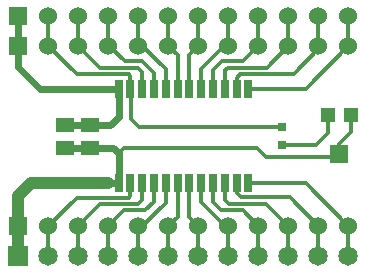
<source format=gtl>
G04 (created by PCBNEW (2013-01-27 BZR 3925)-testing) date Tue 29 Jan 2013 05:11:15 PM CET*
%MOIN*%
G04 Gerber Fmt 3.4, Leading zero omitted, Abs format*
%FSLAX34Y34*%
G01*
G70*
G90*
G04 APERTURE LIST*
%ADD10C,2.3622e-06*%
%ADD11R,0.059X0.0511*%
%ADD12R,0.065X0.065*%
%ADD13C,0.065*%
%ADD14R,0.0472X0.0472*%
%ADD15R,0.063X0.0591*%
%ADD16R,0.0256X0.063*%
%ADD17R,0.0314X0.0314*%
%ADD18R,0.06X0.06*%
%ADD19C,0.06*%
%ADD20C,0.012*%
%ADD21C,0.04*%
%ADD22C,0.024*%
%ADD23C,0.008*%
%ADD24C,0.016*%
%ADD25C,0.02*%
G04 APERTURE END LIST*
G54D10*
G54D11*
X57875Y-44651D03*
X57875Y-45399D03*
G54D12*
X55500Y-49000D03*
G54D13*
X56500Y-49000D03*
X57500Y-49000D03*
X58500Y-49000D03*
X59500Y-49000D03*
X60500Y-49000D03*
X61500Y-49000D03*
X62500Y-49000D03*
X63500Y-49000D03*
X64500Y-49000D03*
X65500Y-49000D03*
X66500Y-49000D03*
G54D14*
X66594Y-44314D03*
X65806Y-44314D03*
G54D15*
X66200Y-45594D03*
G54D16*
X58835Y-46575D03*
X59228Y-46575D03*
X59622Y-46575D03*
X60016Y-46575D03*
X60409Y-46575D03*
X60803Y-46575D03*
X61197Y-46575D03*
X61591Y-46575D03*
X61984Y-46575D03*
X62378Y-46575D03*
X62772Y-46575D03*
X63165Y-46575D03*
X63165Y-43425D03*
X62772Y-43425D03*
X62378Y-43425D03*
X61984Y-43425D03*
X61591Y-43425D03*
X61197Y-43425D03*
X60803Y-43425D03*
X60409Y-43425D03*
X60016Y-43425D03*
X59622Y-43425D03*
X59228Y-43425D03*
X58835Y-43425D03*
G54D11*
X57050Y-44651D03*
X57050Y-45399D03*
G54D17*
X64300Y-44705D03*
X64300Y-45295D03*
G54D18*
X55500Y-48000D03*
G54D19*
X56500Y-48000D03*
X57500Y-48000D03*
X58500Y-48000D03*
X59500Y-48000D03*
X60500Y-48000D03*
X61500Y-48000D03*
X62500Y-48000D03*
X63500Y-48000D03*
X64500Y-48000D03*
X65500Y-48000D03*
X66500Y-48000D03*
G54D18*
X55500Y-41000D03*
G54D19*
X56500Y-41000D03*
X57500Y-41000D03*
X58500Y-41000D03*
X59500Y-41000D03*
X60500Y-41000D03*
X61500Y-41000D03*
X62500Y-41000D03*
X63500Y-41000D03*
X64500Y-41000D03*
X65500Y-41000D03*
X66500Y-41000D03*
G54D18*
X55500Y-42000D03*
G54D19*
X56500Y-42000D03*
X57500Y-42000D03*
X58500Y-42000D03*
X59500Y-42000D03*
X60500Y-42000D03*
X61500Y-42000D03*
X62500Y-42000D03*
X63500Y-42000D03*
X64500Y-42000D03*
X65500Y-42000D03*
X66500Y-42000D03*
G54D20*
X57500Y-49000D02*
X57500Y-48000D01*
X59622Y-46575D02*
X59622Y-47137D01*
X58230Y-47270D02*
X57500Y-48000D01*
X59489Y-47270D02*
X58230Y-47270D01*
X59622Y-47137D02*
X59489Y-47270D01*
X60016Y-43425D02*
X60016Y-42906D01*
X58500Y-41970D02*
X58500Y-41000D01*
X60016Y-42906D02*
X59630Y-42520D01*
X59630Y-42520D02*
X59050Y-42520D01*
X59050Y-42520D02*
X58500Y-41970D01*
X58500Y-48000D02*
X58500Y-49000D01*
X60016Y-46575D02*
X60016Y-47194D01*
X59020Y-47480D02*
X58500Y-48000D01*
X59730Y-47480D02*
X59020Y-47480D01*
X60016Y-47194D02*
X59730Y-47480D01*
X59500Y-48150D02*
X59500Y-49000D01*
X60409Y-47241D02*
X59500Y-48150D01*
X60409Y-46575D02*
X60409Y-47241D01*
X60500Y-48000D02*
X60500Y-49000D01*
X60803Y-46575D02*
X60803Y-47697D01*
X60803Y-47697D02*
X60500Y-48000D01*
X64500Y-42000D02*
X64500Y-41000D01*
X62378Y-43425D02*
X62378Y-42822D01*
X62378Y-42822D02*
X62470Y-42730D01*
X63770Y-42730D02*
X64500Y-42000D01*
X62470Y-42730D02*
X63770Y-42730D01*
X63500Y-41000D02*
X63500Y-42000D01*
X61984Y-43425D02*
X61984Y-42816D01*
X61984Y-42816D02*
X62280Y-42520D01*
X62980Y-42520D02*
X63500Y-42000D01*
X62280Y-42520D02*
X62980Y-42520D01*
X62500Y-41860D02*
X62500Y-41000D01*
X61591Y-43425D02*
X61591Y-42769D01*
X61591Y-42769D02*
X62500Y-41860D01*
X61500Y-41000D02*
X61500Y-42000D01*
X61197Y-43425D02*
X61197Y-42303D01*
X61197Y-42303D02*
X61500Y-42000D01*
X60803Y-42303D02*
X60500Y-42000D01*
X60500Y-42000D02*
X60500Y-41000D01*
X60803Y-43425D02*
X60803Y-42303D01*
X60409Y-42779D02*
X59500Y-41870D01*
X59500Y-41870D02*
X59500Y-41000D01*
X60409Y-43425D02*
X60409Y-42779D01*
X61500Y-49000D02*
X61500Y-48000D01*
X61197Y-46575D02*
X61197Y-47697D01*
X61197Y-47697D02*
X61500Y-48000D01*
X62500Y-48120D02*
X62500Y-49000D01*
X61591Y-47211D02*
X62500Y-48120D01*
X61591Y-46575D02*
X61591Y-47211D01*
X61984Y-46575D02*
X61984Y-47194D01*
X62970Y-47470D02*
X63500Y-48000D01*
X62260Y-47470D02*
X62970Y-47470D01*
X61984Y-47194D02*
X62260Y-47470D01*
X63500Y-48000D02*
X63500Y-49000D01*
X62378Y-46575D02*
X62378Y-47128D01*
X63760Y-47260D02*
X64500Y-48000D01*
X62510Y-47260D02*
X63760Y-47260D01*
X62378Y-47128D02*
X62510Y-47260D01*
X64500Y-48000D02*
X64500Y-49000D01*
X62772Y-46575D02*
X62772Y-46911D01*
X64550Y-47050D02*
X65500Y-48000D01*
X62910Y-47050D02*
X64550Y-47050D01*
X62772Y-46911D02*
X62910Y-47050D01*
X65500Y-49000D02*
X65500Y-48000D01*
X63165Y-46575D02*
X65075Y-46575D01*
X65075Y-46575D02*
X66500Y-48000D01*
X66500Y-48000D02*
X66500Y-49000D01*
X63165Y-43425D02*
X65075Y-43425D01*
X65075Y-43425D02*
X66500Y-42000D01*
X66500Y-42000D02*
X66500Y-41000D01*
X62772Y-43425D02*
X62772Y-43058D01*
X65500Y-42110D02*
X65500Y-42000D01*
X64670Y-42940D02*
X65500Y-42110D01*
X62890Y-42940D02*
X64670Y-42940D01*
X62772Y-43058D02*
X62890Y-42940D01*
X65500Y-41000D02*
X65500Y-42000D01*
X59228Y-43425D02*
X59228Y-42998D01*
X57440Y-42940D02*
X56500Y-42000D01*
X59169Y-42940D02*
X57440Y-42940D01*
X59228Y-42998D02*
X59169Y-42940D01*
X56500Y-42000D02*
X56500Y-41000D01*
X59251Y-44094D02*
X59251Y-44451D01*
X59251Y-44451D02*
X59505Y-44705D01*
X59505Y-44705D02*
X64250Y-44705D01*
X59228Y-43425D02*
X59251Y-43448D01*
X59251Y-43448D02*
X59251Y-44094D01*
X56500Y-48000D02*
X56500Y-49000D01*
X59228Y-46575D02*
X59228Y-47001D01*
X57440Y-47060D02*
X56500Y-48000D01*
X59169Y-47060D02*
X57440Y-47060D01*
X59228Y-47001D02*
X59169Y-47060D01*
X59622Y-42870D02*
X59482Y-42730D01*
X58230Y-42730D02*
X57500Y-42000D01*
X59482Y-42730D02*
X58230Y-42730D01*
X59622Y-43425D02*
X59622Y-42870D01*
X59622Y-42870D02*
X59622Y-42882D01*
X57500Y-42000D02*
X57500Y-41000D01*
X66200Y-45594D02*
X66200Y-45280D01*
X66594Y-44886D02*
X66594Y-44314D01*
X66200Y-45280D02*
X66594Y-44886D01*
X63759Y-45709D02*
X66086Y-45709D01*
X66086Y-45709D02*
X66200Y-45594D01*
G54D21*
X57175Y-46575D02*
X55925Y-46575D01*
G54D22*
X58835Y-46575D02*
X58500Y-46575D01*
G54D21*
X58500Y-46575D02*
X57175Y-46575D01*
X55500Y-47000D02*
X55500Y-48000D01*
X55925Y-46575D02*
X55500Y-47000D01*
G54D20*
X58835Y-45585D02*
X59020Y-45400D01*
G54D22*
X66171Y-45623D02*
X66200Y-45594D01*
G54D20*
X63450Y-45400D02*
X63759Y-45709D01*
X63759Y-45709D02*
X63750Y-45700D01*
X59020Y-45400D02*
X63450Y-45400D01*
G54D21*
X55500Y-48250D02*
X55500Y-49000D01*
G54D23*
X66129Y-45523D02*
X66200Y-45594D01*
G54D22*
X57875Y-45399D02*
X58649Y-45399D01*
X58649Y-45399D02*
X58835Y-45585D01*
X58835Y-45585D02*
X58835Y-46575D01*
G54D24*
X58835Y-46575D02*
X58834Y-46574D01*
G54D22*
X57050Y-45399D02*
X57875Y-45399D01*
G54D20*
X64300Y-45295D02*
X65406Y-45295D01*
X65806Y-44894D02*
X65806Y-44314D01*
X65406Y-45295D02*
X65806Y-44894D01*
G54D22*
X55500Y-42000D02*
X55500Y-41000D01*
X58835Y-43425D02*
X56225Y-43425D01*
X55500Y-42700D02*
X55500Y-42000D01*
X56225Y-43425D02*
X55500Y-42700D01*
G54D25*
X58835Y-43425D02*
X58810Y-43400D01*
G54D22*
X57875Y-44651D02*
X58549Y-44651D01*
X58835Y-44365D02*
X58835Y-44100D01*
X58835Y-44100D02*
X58835Y-43425D01*
X58549Y-44651D02*
X58835Y-44365D01*
X57050Y-44651D02*
X57875Y-44651D01*
G54D20*
X56904Y-44505D02*
X57050Y-44651D01*
M02*

</source>
